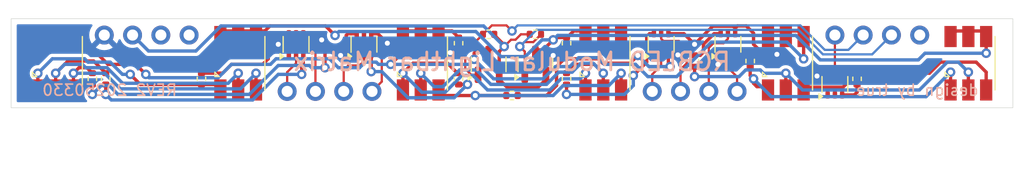
<source format=kicad_pcb>
(kicad_pcb (version 20240108) (generator "pcbnew") (generator_version "8.0")
  (layers (0 "F.Cu" signal) (31 "B.Cu" signal) (34 "B.Paste" user) (35 "F.Paste" user) (36 "B.SilkS" user "B.Silkscreen") (37 "F.SilkS" user "F.Silkscreen") (38 "B.Mask" user) (39 "F.Mask" user) (44 "Edge.Cuts" user))
  (net 0 "")
  (net 4 "/PWM5")
  (net 5 "/PWM7")
  (net 6 "/PWM1")
  (net 7 "3V3")
  (net 8 "/PWM3")
  (net 9 "/PWM2")
  (net 10 "/PWM6")
  (net 11 "GND")
  (net 12 "/PWM9")
  (net 13 "/PWM8")
  (net 14 "/PWM4")
  (net 15 "/SEL1")
  (net 16 "/SEL0")
  (net 17 "Net-(Q3A-D)")
  (net 18 "Net-(Q3B-D)")
  (net 19 "Net-(Q4A-D)")
  (net 20 "Net-(Q4B-D)")
  (net 21 "Net-(Q5B-D)")
  (net 22 "Net-(Q5A-D)")
  (net 23 "Net-(Q6A-D)")
  (net 24 "Net-(Q6B-D)")
  (net 27 "Net-(Q7B-D)")
  (net 29 "Net-(Q1-D)")
  (net 30 "Net-(Q2-D)")
  (net 31 "/PWM1R")
  (net 32 "/PWM2R")
  (net 33 "/PWM3R")
  (net 34 "/PWM4R")
  (net 35 "/PWM5R")
  (net 36 "/PWM6R")
  (net 37 "/PWM7R")
  (net 38 "/PWM8R")
  (net 39 "/PWM9R")
  (footprint "Package_TO_SOT_SMD:SOT-23" (layer "F.Cu") (at 147.1 96.1 90)
    (property "Reference" "Q2" (hide yes))
    (property "Value" "CJ3401")
    (pad "1" smd roundrect (at -0.9375 -0.95 90) (size 1.475 0.6) (layers "F.Cu" "F.Paste" "F.Mask") (net 15 "/SEL1"))
    (pad "2" smd roundrect (at -0.9375 0.95 90) (size 1.475 0.6) (layers "F.Cu" "F.Paste" "F.Mask") (net 7 "3V3"))
    (pad "3" smd roundrect (at 0.9375 0 90) (size 1.475 0.6) (layers "F.Cu" "F.Paste" "F.Mask") (net 30 "Net-(Q2-D)"))
  )
  (footprint "_trueControl:Stacking_Module_16P_REV2" (layer "F.Cu") (at 145 96)
    (property "Reference" "A1" (hide yes))
    (property "Value" "LED_Assy")
    (pad "1" thru_hole circle (at -36.63 -2.53 90) (size 1.7 1.7) (drill 1) (layers "*.Cu" "*.Mask") (net 11 "GND"))
    (pad "2" thru_hole oval (at -34.09 -2.53 90) (size 1.7 1.7) (drill 1) (layers "*.Cu" "*.Mask") (net 7 "3V3"))
    (pad "3" thru_hole oval (at -31.55 -2.53 90) (size 1.7 1.7) (drill 1) (layers "*.Cu" "*.Mask"))
    (pad "4" thru_hole oval (at -29.01 -2.53 90) (size 1.7 1.7) (drill 1) (layers "*.Cu" "*.Mask"))
    (pad "5" thru_hole circle (at -20.2 2.53 90) (size 1.7 1.7) (drill 1) (layers "*.Cu" "*.Mask") (net 6 "/PWM1"))
    (pad "6" thru_hole oval (at -17.66 2.53 90) (size 1.7 1.7) (drill 1) (layers "*.Cu" "*.Mask") (net 9 "/PWM2"))
    (pad "7" thru_hole oval (at -15.12 2.53 90) (size 1.7 1.7) (drill 1) (layers "*.Cu" "*.Mask") (net 8 "/PWM3"))
    (pad "8" thru_hole oval (at -12.58 2.53 90) (size 1.7 1.7) (drill 1) (layers "*.Cu" "*.Mask") (net 14 "/PWM4"))
    (pad "9" thru_hole circle (at 12.6 2.53 90) (size 1.7 1.7) (drill 1) (layers "*.Cu" "*.Mask") (net 4 "/PWM5"))
    (pad "10" thru_hole oval (at 15.14 2.53 90) (size 1.7 1.7) (drill 1) (layers "*.Cu" "*.Mask") (net 10 "/PWM6"))
    (pad "11" thru_hole oval (at 17.68 2.53 90) (size 1.7 1.7) (drill 1) (layers "*.Cu" "*.Mask") (net 5 "/PWM7"))
    (pad "12" thru_hole oval (at 20.22 2.53 90) (size 1.7 1.7) (drill 1) (layers "*.Cu" "*.Mask") (net 13 "/PWM8"))
    (pad "13" thru_hole circle (at 29.01 -2.53 90) (size 1.7 1.7) (drill 1) (layers "*.Cu" "*.Mask") (net 12 "/PWM9"))
    (pad "14" thru_hole oval (at 31.55 -2.53 90) (size 1.7 1.7) (drill 1) (layers "*.Cu" "*.Mask") (net 16 "/SEL0"))
    (pad "15" thru_hole oval (at 34.09 -2.53 90) (size 1.7 1.7) (drill 1) (layers "*.Cu" "*.Mask") (net 15 "/SEL1"))
    (pad "16" thru_hole oval (at 36.63 -2.53 90) (size 1.7 1.7) (drill 1) (layers "*.Cu" "*.Mask"))
  )
  (footprint "_trueControl:LED_RGB_5050" (layer "F.Cu") (at 153.2 96 -90)
    (property "Reference" "RGB4" (hide yes))
    (property "Value" "LED_RGB")
    (pad "1" smd rect (at -2.4 -1.6) (size 1.1 1.9) (layers "F.Cu" "F.Paste" "F.Mask") (net 30 "Net-(Q2-D)"))
    (pad "2" smd rect (at -2.4 0) (size 1.1 1.9) (layers "F.Cu" "F.Paste" "F.Mask") (net 30 "Net-(Q2-D)"))
    (pad "3" smd rect (at -2.4 1.6) (size 1.1 1.9) (layers "F.Cu" "F.Paste" "F.Mask") (net 30 "Net-(Q2-D)"))
    (pad "4" smd rect (at 2.4 1.6) (size 1.1 1.9) (layers "F.Cu" "F.Paste" "F.Mask") (net 34 "/PWM4R"))
    (pad "5" smd rect (at 2.4 0) (size 1.1 1.9) (layers "F.Cu" "F.Paste" "F.Mask") (net 35 "/PWM5R"))
    (pad "6" smd rect (at 2.4 -1.6) (size 1.1 1.9) (layers "F.Cu" "F.Paste" "F.Mask") (net 36 "/PWM6R"))
  )
  (footprint "Resistor_SMD:R_0402_1005Metric" (layer "F.Cu") (at 145 98.9 180)
    (property "Reference" "R10" (hide yes))
    (property "Value" "100")
    (pad "1" smd roundrect (at -0.51 0 180) (size 0.54 0.64) (layers "F.Cu" "F.Paste" "F.Mask") (net 21 "Net-(Q5B-D)"))
    (pad "2" smd roundrect (at 0.51 0 180) (size 0.54 0.64) (layers "F.Cu" "F.Paste" "F.Mask") (net 36 "/PWM6R"))
  )
  (footprint "Package_TO_SOT_SMD:SOT-363_SC-70-6" (layer "F.Cu") (at 174.01 97.9 90)
    (property "Reference" "Q7" (hide yes))
    (property "Value" "BSS138PS")
    (pad "1" smd roundrect (at -0.95 -0.65 90) (size 0.65 0.4) (layers "F.Cu" "F.Paste" "F.Mask"))
    (pad "2" smd roundrect (at -0.95 0 90) (size 0.65 0.4) (layers "F.Cu" "F.Paste" "F.Mask"))
    (pad "3" smd roundrect (at -0.95 0.65 90) (size 0.65 0.4) (layers "F.Cu" "F.Paste" "F.Mask") (net 27 "Net-(Q7B-D)"))
    (pad "4" smd roundrect (at 0.95 0.65 90) (size 0.65 0.4) (layers "F.Cu" "F.Paste" "F.Mask") (net 11 "GND"))
    (pad "5" smd roundrect (at 0.95 0 90) (size 0.65 0.4) (layers "F.Cu" "F.Paste" "F.Mask") (net 12 "/PWM9"))
    (pad "6" smd roundrect (at 0.95 -0.65 90) (size 0.65 0.4) (layers "F.Cu" "F.Paste" "F.Mask"))
  )
  (footprint "Package_TO_SOT_SMD:SOT-363_SC-70-6" (layer "F.Cu") (at 158.4 94.3 90)
    (property "Reference" "Q5" (hide yes))
    (property "Value" "BSS138PS")
    (pad "1" smd roundrect (at -0.95 -0.65 90) (size 0.65 0.4) (layers "F.Cu" "F.Paste" "F.Mask") (net 11 "GND"))
    (pad "2" smd roundrect (at -0.95 0 90) (size 0.65 0.4) (layers "F.Cu" "F.Paste" "F.Mask") (net 4 "/PWM5"))
    (pad "3" smd roundrect (at -0.95 0.65 90) (size 0.65 0.4) (layers "F.Cu" "F.Paste" "F.Mask") (net 21 "Net-(Q5B-D)"))
    (pad "4" smd roundrect (at 0.95 0.65 90) (size 0.65 0.4) (layers "F.Cu" "F.Paste" "F.Mask") (net 11 "GND"))
    (pad "5" smd roundrect (at 0.95 0 90) (size 0.65 0.4) (layers "F.Cu" "F.Paste" "F.Mask") (net 10 "/PWM6"))
    (pad "6" smd roundrect (at 0.95 -0.65 90) (size 0.65 0.4) (layers "F.Cu" "F.Paste" "F.Mask") (net 22 "Net-(Q5A-D)"))
  )
  (footprint "Package_TO_SOT_SMD:SOT-363_SC-70-6" (layer "F.Cu") (at 131.7 94.3 90)
    (property "Reference" "Q4" (hide yes))
    (property "Value" "BSS138PS")
    (pad "1" smd roundrect (at -0.95 -0.65 90) (size 0.65 0.4) (layers "F.Cu" "F.Paste" "F.Mask") (net 11 "GND"))
    (pad "2" smd roundrect (at -0.95 0 90) (size 0.65 0.4) (layers "F.Cu" "F.Paste" "F.Mask") (net 8 "/PWM3"))
    (pad "3" smd roundrect (at -0.95 0.65 90) (size 0.65 0.4) (layers "F.Cu" "F.Paste" "F.Mask") (net 20 "Net-(Q4B-D)"))
    (pad "4" smd roundrect (at 0.95 0.65 90) (size 0.65 0.4) (layers "F.Cu" "F.Paste" "F.Mask") (net 11 "GND"))
    (pad "5" smd roundrect (at 0.95 0 90) (size 0.65 0.4) (layers "F.Cu" "F.Paste" "F.Mask") (net 14 "/PWM4"))
    (pad "6" smd roundrect (at 0.95 -0.65 90) (size 0.65 0.4) (layers "F.Cu" "F.Paste" "F.Mask") (net 19 "Net-(Q4A-D)"))
  )
  (footprint "_trueControl:LED_RGB_5050" (layer "F.Cu") (at 120.4 96 -90)
    (property "Reference" "RGB2" (hide yes))
    (property "Value" "LED_RGB")
    (pad "1" smd rect (at -2.4 -1.6) (size 1.1 1.9) (layers "F.Cu" "F.Paste" "F.Mask") (net 30 "Net-(Q2-D)"))
    (pad "2" smd rect (at -2.4 0) (size 1.1 1.9) (layers "F.Cu" "F.Paste" "F.Mask") (net 30 "Net-(Q2-D)"))
    (pad "3" smd rect (at -2.4 1.6) (size 1.1 1.9) (layers "F.Cu" "F.Paste" "F.Mask") (net 30 "Net-(Q2-D)"))
    (pad "4" smd rect (at 2.4 1.6) (size 1.1 1.9) (layers "F.Cu" "F.Paste" "F.Mask") (net 31 "/PWM1R"))
    (pad "5" smd rect (at 2.4 0) (size 1.1 1.9) (layers "F.Cu" "F.Paste" "F.Mask") (net 32 "/PWM2R"))
    (pad "6" smd rect (at 2.4 -1.6) (size 1.1 1.9) (layers "F.Cu" "F.Paste" "F.Mask") (net 33 "/PWM3R"))
  )
  (footprint "Package_TO_SOT_SMD:SOT-363_SC-70-6" (layer "F.Cu") (at 164.4 94.3 90)
    (property "Reference" "Q6" (hide yes))
    (property "Value" "BSS138PS")
    (pad "1" smd roundrect (at -0.95 -0.65 90) (size 0.65 0.4) (layers "F.Cu" "F.Paste" "F.Mask") (net 11 "GND"))
    (pad "2" smd roundrect (at -0.95 0 90) (size 0.65 0.4) (layers "F.Cu" "F.Paste" "F.Mask") (net 13 "/PWM8"))
    (pad "3" smd roundrect (at -0.95 0.65 90) (size 0.65 0.4) (layers "F.Cu" "F.Paste" "F.Mask") (net 24 "Net-(Q6B-D)"))
    (pad "4" smd roundrect (at 0.95 0.65 90) (size 0.65 0.4) (layers "F.Cu" "F.Paste" "F.Mask") (net 11 "GND"))
    (pad "5" smd roundrect (at 0.95 0 90) (size 0.65 0.4) (layers "F.Cu" "F.Paste" "F.Mask") (net 5 "/PWM7"))
    (pad "6" smd roundrect (at 0.95 -0.65 90) (size 0.65 0.4) (layers "F.Cu" "F.Paste" "F.Mask") (net 23 "Net-(Q6A-D)"))
  )
  (footprint "Resistor_SMD:R_0402_1005Metric" (layer "F.Cu") (at 149.9 94.2 90)
    (property "Reference" "R4" (hide yes))
    (property "Value" "47K")
    (pad "1" smd roundrect (at -0.51 0 90) (size 0.54 0.64) (layers "F.Cu" "F.Paste" "F.Mask") (net 11 "GND"))
    (pad "2" smd roundrect (at 0.51 0 90) (size 0.54 0.64) (layers "F.Cu" "F.Paste" "F.Mask") (net 30 "Net-(Q2-D)"))
  )
  (footprint "Resistor_SMD:R_0402_1005Metric" (layer "F.Cu") (at 140.2 97.4 90)
    (property "Reference" "R8" (hide yes))
    (property "Value" "100")
    (pad "1" smd roundrect (at -0.51 0 90) (size 0.54 0.64) (layers "F.Cu" "F.Paste" "F.Mask") (net 20 "Net-(Q4B-D)"))
    (pad "2" smd roundrect (at 0.51 0 90) (size 0.54 0.64) (layers "F.Cu" "F.Paste" "F.Mask") (net 34 "/PWM4R"))
  )
  (footprint "Resistor_SMD:R_0402_1005Metric" (layer "F.Cu") (at 161.4 95.8 -90)
    (property "Reference" "R12" (hide yes))
    (property "Value" "150")
    (pad "1" smd roundrect (at -0.51 0 270) (size 0.54 0.64) (layers "F.Cu" "F.Paste" "F.Mask") (net 23 "Net-(Q6A-D)"))
    (pad "2" smd roundrect (at 0.51 0 270) (size 0.54 0.64) (layers "F.Cu" "F.Paste" "F.Mask") (net 38 "/PWM8R"))
  )
  (footprint "Resistor_SMD:R_0402_1005Metric" (layer "F.Cu") (at 140.2 94.2 -90)
    (property "Reference" "R3" (hide yes))
    (property "Value" "47K")
    (pad "1" smd roundrect (at -0.51 0 270) (size 0.54 0.64) (layers "F.Cu" "F.Paste" "F.Mask") (net 29 "Net-(Q1-D)"))
    (pad "2" smd roundrect (at 0.51 0 270) (size 0.54 0.64) (layers "F.Cu" "F.Paste" "F.Mask") (net 11 "GND"))
  )
  (footprint "Resistor_SMD:R_0402_1005Metric" (layer "F.Cu") (at 117.1 97.4 -90)
    (property "Reference" "R5" (hide yes))
    (property "Value" "100")
    (pad "1" smd roundrect (at -0.51 0 270) (size 0.54 0.64) (layers "F.Cu" "F.Paste" "F.Mask") (net 17 "Net-(Q3A-D)"))
    (pad "2" smd roundrect (at 0.51 0 270) (size 0.54 0.64) (layers "F.Cu" "F.Paste" "F.Mask") (net 31 "/PWM1R"))
  )
  (footprint "Resistor_SMD:R_0402_1005Metric" (layer "F.Cu") (at 176 97.4 90)
    (property "Reference" "R13" (hide yes))
    (property "Value" "100")
    (pad "1" smd roundrect (at -0.51 0 90) (size 0.54 0.64) (layers "F.Cu" "F.Paste" "F.Mask") (net 27 "Net-(Q7B-D)"))
    (pad "2" smd roundrect (at 0.51 0 90) (size 0.54 0.64) (layers "F.Cu" "F.Paste" "F.Mask") (net 39 "/PWM9R"))
  )
  (footprint "Resistor_SMD:R_0402_1005Metric" (layer "F.Cu") (at 149.9 97.4 90)
    (property "Reference" "R9" (hide yes))
    (property "Value" "150")
    (pad "1" smd roundrect (at -0.51 0 90) (size 0.54 0.64) (layers "F.Cu" "F.Paste" "F.Mask") (net 22 "Net-(Q5A-D)"))
    (pad "2" smd roundrect (at 0.51 0 90) (size 0.54 0.64) (layers "F.Cu" "F.Paste" "F.Mask") (net 35 "/PWM5R"))
  )
  (footprint "_trueControl:LED_RGB_5050" (layer "F.Cu") (at 136.8 96 -90)
    (property "Reference" "RGB3" (hide yes))
    (property "Value" "LED_RGB")
    (pad "1" smd rect (at -2.4 -1.6) (size 1.1 1.9) (layers "F.Cu" "F.Paste" "F.Mask") (net 29 "Net-(Q1-D)"))
    (pad "2" smd rect (at -2.4 0) (size 1.1 1.9) (layers "F.Cu" "F.Paste" "F.Mask") (net 29 "Net-(Q1-D)"))
    (pad "3" smd rect (at -2.4 1.6) (size 1.1 1.9) (layers "F.Cu" "F.Paste" "F.Mask") (net 29 "Net-(Q1-D)"))
    (pad "4" smd rect (at 2.4 1.6) (size 1.1 1.9) (layers "F.Cu" "F.Paste" "F.Mask") (net 34 "/PWM4R"))
    (pad "5" smd rect (at 2.4 0) (size 1.1 1.9) (layers "F.Cu" "F.Paste" "F.Mask") (net 35 "/PWM5R"))
    (pad "6" smd rect (at 2.4 -1.6) (size 1.1 1.9) (layers "F.Cu" "F.Paste" "F.Mask") (net 36 "/PWM6R"))
  )
  (footprint "Package_TO_SOT_SMD:SOT-363_SC-70-6" (layer "F.Cu") (at 125.6 94.3 90)
    (property "Reference" "Q3" (hide yes))
    (property "Value" "BSS138PS")
    (pad "1" smd roundrect (at -0.95 -0.65 90) (size 0.65 0.4) (layers "F.Cu" "F.Paste" "F.Mask") (net 11 "GND"))
    (pad "2" smd roundrect (at -0.95 0 90) (size 0.65 0.4) (layers "F.Cu" "F.Paste" "F.Mask") (net 6 "/PWM1"))
    (pad "3" smd roundrect (at -0.95 0.65 90) (size 0.65 0.4) (layers "F.Cu" "F.Paste" "F.Mask") (net 18 "Net-(Q3B-D)"))
    (pad "4" smd roundrect (at 0.95 0.65 90) (size 0.65 0.4) (layers "F.Cu" "F.Paste" "F.Mask") (net 11 "GND"))
    (pad "5" smd roundrect (at 0.95 0 90) (size 0.65 0.4) (layers "F.Cu" "F.Paste" "F.Mask") (net 9 "/PWM2"))
    (pad "6" smd roundrect (at 0.95 -0.65 90) (size 0.65 0.4) (layers "F.Cu" "F.Paste" "F.Mask") (net 17 "Net-(Q3A-D)"))
  )
  (footprint "_trueControl:LED_RGB_5050" (layer "F.Cu") (at 104 96 -90)
    (property "Reference" "RGB1" (hide yes))
    (property "Value" "LED_RGB")
    (pad "1" smd rect (at -2.4 -1.6) (size 1.1 1.9) (layers "F.Cu" "F.Paste" "F.Mask") (net 29 "Net-(Q1-D)"))
    (pad "2" smd rect (at -2.4 0) (size 1.1 1.9) (layers "F.Cu" "F.Paste" "F.Mask") (net 29 "Net-(Q1-D)"))
    (pad "3" smd rect (at -2.4 1.6) (size 1.1 1.9) (layers "F.Cu" "F.Paste" "F.Mask") (net 29 "Net-(Q1-D)"))
    (pad "4" smd rect (at 2.4 1.6) (size 1.1 1.9) (layers "F.Cu" "F.Paste" "F.Mask") (net 31 "/PWM1R"))
    (pad "5" smd rect (at 2.4 0) (size 1.1 1.9) (layers "F.Cu" "F.Paste" "F.Mask") (net 32 "/PWM2R"))
    (pad "6" smd rect (at 2.4 -1.6) (size 1.1 1.9) (layers "F.Cu" "F.Paste" "F.Mask") (net 33 "/PWM3R"))
  )
  (footprint "Package_TO_SOT_SMD:SOT-23" (layer "F.Cu") (at 142.9 96.1 90)
    (property "Reference" "Q1" (hide yes))
    (property "Value" "CJ3401")
    (pad "1" smd roundrect (at -0.9375 -0.95 90) (size 1.475 0.6) (layers "F.Cu" "F.Paste" "F.Mask") (net 16 "/SEL0"))
    (pad "2" smd roundrect (at -0.9375 0.95 90) (size 1.475 0.6) (layers "F.Cu" "F.Paste" "F.Mask") (net 7 "3V3"))
    (pad "3" smd roundrect (at 0.9375 0 90) (size 1.475 0.6) (layers "F.Cu" "F.Paste" "F.Mask") (net 29 "Net-(Q1-D)"))
  )
  (footprint "Resistor_SMD:R_0402_1005Metric" (layer "F.Cu") (at 108.5 97.4 90)
    (property "Reference" "R6" (hide yes))
    (property "Value" "150")
    (pad "1" smd roundrect (at -0.51 0 90) (size 0.54 0.64) (layers "F.Cu" "F.Paste" "F.Mask") (net 18 "Net-(Q3B-D)"))
    (pad "2" smd roundrect (at 0.51 0 90) (size 0.54 0.64) (layers "F.Cu" "F.Paste" "F.Mask") (net 32 "/PWM2R"))
  )
  (footprint "Resistor_SMD:R_0402_1005Metric" (layer "F.Cu") (at 142.9 93.4)
    (property "Reference" "R1" (hide yes))
    (property "Value" "47K")
    (pad "1" smd roundrect (at -0.51 0) (size 0.54 0.64) (layers "F.Cu" "F.Paste" "F.Mask") (net 16 "/SEL0"))
    (pad "2" smd roundrect (at 0.51 0) (size 0.54 0.64) (layers "F.Cu" "F.Paste" "F.Mask") (net 7 "3V3"))
  )
  (footprint "Resistor_SMD:R_0402_1005Metric" (layer "F.Cu") (at 147.1 93.4 180)
    (property "Reference" "R2" (hide yes))
    (property "Value" "47K")
    (pad "1" smd roundrect (at -0.51 0 180) (size 0.54 0.64) (layers "F.Cu" "F.Paste" "F.Mask") (net 15 "/SEL1"))
    (pad "2" smd roundrect (at 0.51 0 180) (size 0.54 0.64) (layers "F.Cu" "F.Paste" "F.Mask") (net 7 "3V3"))
  )
  (footprint "_trueControl:LED_RGB_5050" (layer "F.Cu") (at 169.6 96 -90)
    (property "Reference" "RGB5" (hide yes))
    (property "Value" "LED_RGB")
    (pad "1" smd rect (at -2.4 -1.6) (size 1.1 1.9) (layers "F.Cu" "F.Paste" "F.Mask") (net 29 "Net-(Q1-D)"))
    (pad "2" smd rect (at -2.4 0) (size 1.1 1.9) (layers "F.Cu" "F.Paste" "F.Mask") (net 29 "Net-(Q1-D)"))
    (pad "3" smd rect (at -2.4 1.6) (size 1.1 1.9) (layers "F.Cu" "F.Paste" "F.Mask") (net 29 "Net-(Q1-D)"))
    (pad "4" smd rect (at 2.4 1.6) (size 1.1 1.9) (layers "F.Cu" "F.Paste" "F.Mask") (net 37 "/PWM7R"))
    (pad "5" smd rect (at 2.4 0) (size 1.1 1.9) (layers "F.Cu" "F.Paste" "F.Mask") (net 38 "/PWM8R"))
    (pad "6" smd rect (at 2.4 -1.6) (size 1.1 1.9) (layers "F.Cu" "F.Paste" "F.Mask") (net 39 "/PWM9R"))
  )
  (footprint "Resistor_SMD:R_0402_1005Metric" (layer "F.Cu") (at 166.4 95.8 -90)
    (property "Reference" "R11" (hide yes))
    (property "Value" "100")
    (pad "1" smd roundrect (at -0.51 0 270) (size 0.54 0.64) (layers "F.Cu" "F.Paste" "F.Mask") (net 24 "Net-(Q6B-D)"))
    (pad "2" smd roundrect (at 0.51 0 270) (size 0.54 0.64) (layers "F.Cu" "F.Paste" "F.Mask") (net 37 "/PWM7R"))
  )
  (footprint "Resistor_SMD:R_0402_1005Metric" (layer "F.Cu") (at 107.3 97.4 90)
    (property "Reference" "R7" (hide yes))
    (property "Value" "100")
    (pad "1" smd roundrect (at -0.51 0 90) (size 0.54 0.64) (layers "F.Cu" "F.Paste" "F.Mask") (net 19 "Net-(Q4A-D)"))
    (pad "2" smd roundrect (at 0.51 0 90) (size 0.54 0.64) (layers "F.Cu" "F.Paste" "F.Mask") (net 33 "/PWM3R"))
  )
  (footprint "_trueControl:LED_RGB_5050" (layer "F.Cu") (at 186 96 -90)
    (property "Reference" "RGB6" (hide yes))
    (property "Value" "LED_RGB")
    (pad "1" smd rect (at -2.4 -1.6) (size 1.1 1.9) (layers "F.Cu" "F.Paste" "F.Mask") (net 30 "Net-(Q2-D)"))
    (pad "2" smd rect (at -2.4 0) (size 1.1 1.9) (layers "F.Cu" "F.Paste" "F.Mask") (net 30 "Net-(Q2-D)"))
    (pad "3" smd rect (at -2.4 1.6) (size 1.1 1.9) (layers "F.Cu" "F.Paste" "F.Mask") (net 30 "Net-(Q2-D)"))
    (pad "4" smd rect (at 2.4 1.6) (size 1.1 1.9) (layers "F.Cu" "F.Paste" "F.Mask") (net 37 "/PWM7R"))
    (pad "5" smd rect (at 2.4 0) (size 1.1 1.9) (layers "F.Cu" "F.Paste" "F.Mask") (net 38 "/PWM8R"))
    (pad "6" smd rect (at 2.4 -1.6) (size 1.1 1.9) (layers "F.Cu" "F.Paste" "F.Mask") (net 39 "/PWM9R"))
  )
  (gr_rect (start 100 92) (end 190 100) (stroke (width 0.05)) (fill none) (layer "Edge.Cuts"))
  (gr_text "RGBLED Modular Lightbar Matrix" (at 145 96.8 0) (layer "B.SilkS") (effects (font (size 1.6 1.6) (thickness 0.25)) (justify bottom mirror)))
  (gr_text "REV2 20250330" (at 115 99 0) (layer "B.SilkS") (effects (font (size 1 1)) (justify left bottom mirror)))
  (gr_text "design by true" (at 187 99 -0) (layer "B.SilkS") (effects (font (size 1 1)) (justify left bottom mirror)))
  (segment (start 157.6 98.53) (end 157.6 97) (width 0.2) (layer "F.Cu") (net 4))
  (segment (start 158.4 96.2) (end 158.4 95.25) (width 0.2) (layer "F.Cu") (net 4))
  (segment (start 157.6 97) (end 158.4 96.2) (width 0.2) (layer "F.Cu") (net 4))
  (segment (start 164.4 93.8) (end 164 94.2) (width 0.2) (layer "F.Cu") (net 5))
  (segment (start 162.68 94.62) (end 162.68 98.53) (width 0.2) (layer "F.Cu") (net 5))
  (segment (start 164 94.2) (end 163.1 94.2) (width 0.2) (layer "F.Cu") (net 5))
  (segment (start 164.4 93.35) (end 164.4 93.8) (width 0.2) (layer "F.Cu") (net 5))
  (segment (start 163.1 94.2) (end 162.68 94.62) (width 0.2) (layer "F.Cu") (net 5))
  (segment (start 125.6 96) (end 125.6 95.25) (width 0.2) (layer "F.Cu") (net 6))
  (segment (start 124.8 96.8) (end 125.6 96) (width 0.2) (layer "F.Cu") (net 6))
  (segment (start 124.8 98.53) (end 124.8 96.8) (width 0.2) (layer "F.Cu") (net 6))
  (segment (start 144.3 94.5) (end 144.912653 93.887347) (width 0.2) (layer "F.Cu") (net 7))
  (segment (start 145.8 93.4) (end 146.59 93.4) (width 0.2) (layer "F.Cu") (net 7))
  (segment (start 144.6 98.2) (end 147.3 98.2) (width 0.3) (layer "F.Cu") (net 7))
  (segment (start 143.85 97.0375) (end 143.85 97.45) (width 0.3) (layer "F.Cu") (net 7))
  (segment (start 144.3 94.29) (end 143.41 93.4) (width 0.2) (layer "F.Cu") (net 7))
  (segment (start 143.85 97.45) (end 144.6 98.2) (width 0.3) (layer "F.Cu") (net 7))
  (segment (start 145.312653 93.887347) (end 145.8 93.4) (width 0.2) (layer "F.Cu") (net 7))
  (segment (start 144.3 94.5) (end 144.3 94.29) (width 0.2) (layer "F.Cu") (net 7))
  (segment (start 144.912653 93.887347) (end 145.312653 93.887347) (width 0.2) (layer "F.Cu") (net 7))
  (segment (start 147.9 97.6) (end 147.9 97.5) (width 0.3) (layer "F.Cu") (net 7))
  (segment (start 143.85 94.95) (end 143.85 97.0375) (width 0.3) (layer "F.Cu") (net 7))
  (segment (start 143.7 96.8875) (end 143.75 96.9375) (width 0.3) (layer "F.Cu") (net 7))
  (segment (start 147.3 98.2) (end 147.9 97.6) (width 0.3) (layer "F.Cu") (net 7))
  (segment (start 144.3 94.5) (end 143.85 94.95) (width 0.3) (layer "F.Cu") (net 7))
  (via (at 144.3 94.5) (size 0.85) (drill 0.45) (layers "F.Cu" "B.Cu") (net 7))
  (segment (start 142.45 92.65) (end 118.85 92.65) (width 0.3) (layer "B.Cu") (net 7))
  (segment (start 118.85 92.65) (end 116.6 94.9) (width 0.3) (layer "B.Cu") (net 7))
  (segment (start 144.3 94.5) (end 142.45 92.65) (width 0.3) (layer "B.Cu") (net 7))
  (segment (start 112.34 94.9) (end 110.91 93.47) (width 0.3) (layer "B.Cu") (net 7))
  (segment (start 116.6 94.9) (end 112.34 94.9) (width 0.3) (layer "B.Cu") (net 7))
  (segment (start 130.3 96.2) (end 129.88 96.62) (width 0.2) (layer "F.Cu") (net 8))
  (segment (start 129.88 96.62) (end 129.88 98.53) (width 0.2) (layer "F.Cu") (net 8))
  (segment (start 131.3 96.2) (end 130.3 96.2) (width 0.2) (layer "F.Cu") (net 8))
  (segment (start 131.7 95.25) (end 131.7 95.8) (width 0.2) (layer "F.Cu") (net 8))
  (segment (start 131.7 95.8) (end 131.3 96.2) (width 0.2) (layer "F.Cu") (net 8))
  (segment (start 125.6 93.35) (end 125.6 93.8) (width 0.2) (layer "F.Cu") (net 9))
  (segment (start 127.1 94.3) (end 127.34 94.54) (width 0.2) (layer "F.Cu") (net 9))
  (segment (start 126.1 94.3) (end 127.1 94.3) (width 0.2) (layer "F.Cu") (net 9))
  (segment (start 127.34 94.54) (end 127.34 98.53) (width 0.2) (layer "F.Cu") (net 9))
  (segment (start 125.6 93.8) (end 126.1 94.3) (width 0.2) (layer "F.Cu") (net 9))
  (segment (start 158.4 93.35) (end 158.4 93.8) (width 0.2) (layer "F.Cu") (net 10))
  (segment (start 160.7 96) (end 160.14 96.56) (width 0.2) (layer "F.Cu") (net 10))
  (segment (start 160.14 96.56) (end 160.14 98.53) (width 0.2) (layer "F.Cu") (net 10))
  (segment (start 160.7 94.7) (end 160.7 96) (width 0.2) (layer "F.Cu") (net 10))
  (segment (start 158.6 94) (end 160 94) (width 0.2) (layer "F.Cu") (net 10))
  (segment (start 158.4 93.8) (end 158.6 94) (width 0.2) (layer "F.Cu") (net 10))
  (segment (start 160 94) (end 160.7 94.7) (width 0.2) (layer "F.Cu") (net 10))
  (segment (start 161.4 94.3) (end 163.025 92.675) (width 0.3) (layer "F.Cu") (net 11))
  (segment (start 163.75 95.25) (end 163.75 95.85) (width 0.3) (layer "F.Cu") (net 11))
  (segment (start 174.4 97.65) (end 172.9 97.65) (width 0.3) (layer "F.Cu") (net 11))
  (segment (start 166.7 93.3) (end 166.05 92.65) (width 0.3) (layer "F.Cu") (net 11))
  (segment (start 174.66 96.95) (end 174.66 97.39) (width 0.3) (layer "F.Cu") (net 11))
  (segment (start 163.75 95.85) (end 163.5 96.1) (width 0.3) (layer "F.Cu") (net 11))
  (segment (start 149.29 94.71) (end 149.9 94.71) (width 0.3) (layer "F.Cu") (net 11))
  (segment (start 174.66 97.39) (end 174.4 97.65) (width 0.3) (layer "F.Cu") (net 11))
  (segment (start 163.025 92.675) (end 164.875 92.675) (width 0.3) (layer "F.Cu") (net 11))
  (segment (start 165.25 92.65) (end 165.05 92.85) (width 0.3) (layer "F.Cu") (net 11))
  (segment (start 157.75 95.25) (end 157.75 94.75) (width 0.3) (layer "F.Cu") (net 11))
  (segment (start 127.35 93.35) (end 126.25 93.35) (width 0.3) (layer "F.Cu") (net 11))
  (segment (start 124.95 95.25) (end 124.95 94.65) (width 0.3) (layer "F.Cu") (net 11))
  (segment (start 149.89 94.7) (end 149.9 94.71) (width 0.3) (layer "F.Cu") (net 11))
  (segment (start 160.45 93.35) (end 161.4 94.3) (width 0.3) (layer "F.Cu") (net 11))
  (segment (start 166.7 94.3) (end 166.7 93.3) (width 0.3) (layer "F.Cu") (net 11))
  (segment (start 139.79 94.71) (end 139.45 95.05) (width 0.3) (layer "F.Cu") (net 11))
  (segment (start 172.9 97.65) (end 172.4 97.15) (width 0.3) (layer "F.Cu") (net 11))
  (segment (start 168.8 95.2) (end 167.6 95.2) (width 0.3) (layer "F.Cu") (net 11))
  (segment (start 129.65 95.25) (end 131.05 95.25) (width 0.3) (layer "F.Cu") (net 11))
  (segment (start 158 94.5) (end 159.7 94.5) (width 0.3) (layer "F.Cu") (net 11))
  (segment (start 159.05 93.35) (end 160.45 93.35) (width 0.3) (layer "F.Cu") (net 11))
  (segment (start 165.05 92.85) (end 165.05 93.35) (width 0.3) (layer "F.Cu") (net 11))
  (segment (start 159.7 94.5) (end 159.9 94.7) (width 0.3) (layer "F.Cu") (net 11))
  (segment (start 140.2 94.71) (end 139.79 94.71) (width 0.3) (layer "F.Cu") (net 11))
  (segment (start 166.05 92.65) (end 165.25 92.65) (width 0.3) (layer "F.Cu") (net 11))
  (segment (start 148.7 95.3) (end 149.29 94.71) (width 0.3) (layer "F.Cu") (net 11))
  (segment (start 164.875 92.675) (end 165.05 92.85) (width 0.3) (layer "F.Cu") (net 11))
  (segment (start 159.9 94.7) (end 159.9 95.25) (width 0.3) (layer "F.Cu") (net 11))
  (segment (start 132.95 93.35) (end 132.35 93.35) (width 0.3) (layer "F.Cu") (net 11))
  (segment (start 124.6 94.3) (end 124 94.3) (width 0.3) (layer "F.Cu") (net 11))
  (segment (start 127.9 93.9) (end 127.35 93.35) (width 0.3) (layer "F.Cu") (net 11))
  (segment (start 157.75 94.75) (end 158 94.5) (width 0.3) (layer "F.Cu") (net 11))
  (segment (start 129.6 95.3) (end 129.65 95.25) (width 0.3) (layer "F.Cu") (net 11))
  (segment (start 167.6 95.2) (end 166.7 94.3) (width 0.3) (layer "F.Cu") (net 11))
  (segment (start 124.95 94.65) (end 124.6 94.3) (width 0.3) (layer "F.Cu") (net 11))
  (segment (start 133.8 94.2) (end 132.95 93.35) (width 0.3) (layer "F.Cu") (net 11))
  (via (at 172.4 97.15) (size 0.85) (drill 0.45) (layers "F.Cu" "B.Cu") (net 11))
  (via (at 139.45 95.05) (size 0.85) (drill 0.45) (layers "F.Cu" "B.Cu") (net 11))
  (via (at 148.7 95.3) (size 0.85) (drill 0.45) (layers "F.Cu" "B.Cu") (net 11))
  (via (at 127.9 93.9) (size 0.85) (drill 0.45) (layers "F.Cu" "B.Cu") (net 11))
  (via (at 168.8 95.2) (size 0.85) (drill 0.45) (layers "F.Cu" "B.Cu") (net 11))
  (via (at 124 94.3) (size 0.85) (drill 0.45) (layers "F.Cu" "B.Cu") (net 11))
  (via (at 129.6 95.3) (size 0.85) (drill 0.45) (layers "F.Cu" "B.Cu") (net 11))
  (via (at 161.4 94.3) (size 0.85) (drill 0.45) (layers "F.Cu" "B.Cu") (net 11))
  (via (at 133.8 94.2) (size 0.85) (drill 0.45) (layers "F.Cu" "B.Cu") (net 11))
  (via (at 159.9 95.25) (size 0.85) (drill 0.45) (layers "F.Cu" "B.Cu") (net 11))
  (via (at 163.5 96.1) (size 0.85) (drill 0.45) (layers "F.Cu" "B.Cu") (net 11))
  (segment (start 174.01 93.47) (end 174.01 96.95) (width 0.2) (layer "F.Cu") (net 12))
  (segment (start 165.22 97.22) (end 164.4 96.4) (width 0.2) (layer "F.Cu") (net 13))
  (segment (start 165.22 98.53) (end 165.22 97.22) (width 0.2) (layer "F.Cu") (net 13))
  (segment (start 164.4 96.4) (end 164.4 95.25) (width 0.2) (layer "F.Cu") (net 13))
  (segment (start 132 94.3) (end 131.7 94) (width 0.2) (layer "F.Cu") (net 14))
  (segment (start 133.3 95) (end 132.6 94.3) (width 0.2) (layer "F.Cu") (net 14))
  (segment (start 131.7 94) (end 131.7 93.35) (width 0.2) (layer "F.Cu") (net 14))
  (segment (start 132.6 94.3) (end 132 94.3) (width 0.2) (layer "F.Cu") (net 14))
  (segment (start 132.42 98.53) (end 133.3 97.65) (width 0.2) (layer "F.Cu") (net 14))
  (segment (start 133.3 97.65) (end 133.3 95) (width 0.2) (layer "F.Cu") (net 14))
  (segment (start 179.1 93.48) (end 179.09 93.47) (width 0.2) (layer "F.Cu") (net 15))
  (segment (start 146.15 94.95) (end 146.15 96.9375) (width 0.2) (layer "F.Cu") (net 15))
  (segment (start 146.1 94.1) (end 146.91 94.1) (width 0.2) (layer "F.Cu") (net 15))
  (segment (start 145.7 94.5) (end 146.15 94.95) (width 0.2) (layer "F.Cu") (net 15))
  (segment (start 146.91 94.1) (end 147.61 93.4) (width 0.2) (layer "F.Cu") (net 15))
  (segment (start 145.7 94.5) (end 146.1 94.1) (width 0.2) (layer "F.Cu") (net 15))
  (via (at 145.7 94.5) (size 0.85) (drill 0.45) (layers "F.Cu" "B.Cu") (net 15))
  (segment (start 145.7 94.5) (end 147.2 93) (width 0.2) (layer "B.Cu") (net 15))
  (segment (start 147.2 93) (end 170.734314 93) (width 0.2) (layer "B.Cu") (net 15))
  (segment (start 172.934314 95.2) (end 177.36 95.2) (width 0.2) (layer "B.Cu") (net 15))
  (segment (start 170.734314 93) (end 172.934314 95.2) (width 0.2) (layer "B.Cu") (net 15))
  (segment (start 177.36 95.2) (end 179.09 93.47) (width 0.2) (layer "B.Cu") (net 15))
  (segment (start 141.3375 97.0375) (end 141.95 97.0375) (width 0.2) (layer "F.Cu") (net 16))
  (segment (start 142.39 93.4) (end 140.8 94.99) (width 0.2) (layer "F.Cu") (net 16))
  (segment (start 140.8 96.5) (end 141.3375 97.0375) (width 0.2) (layer "F.Cu") (net 16))
  (segment (start 143.19 92.6) (end 142.39 93.4) (width 0.2) (layer "F.Cu") (net 16))
  (segment (start 140.8 94.99) (end 140.8 96.5) (width 0.2) (layer "F.Cu") (net 16))
  (segment (start 144.5 92.6) (end 143.19 92.6) (width 0.2) (layer "F.Cu") (net 16))
  (segment (start 145 93.1) (end 144.5 92.6) (width 0.2) (layer "F.Cu") (net 16))
  (via (at 145 93.1) (size 0.85) (drill 0.45) (layers "F.Cu" "B.Cu") (net 16))
  (segment (start 145 93.1) (end 145.5 92.6) (width 0.2) (layer "B.Cu") (net 16))
  (segment (start 145.5 92.6) (end 170.9 92.6) (width 0.2) (layer "B.Cu") (net 16))
  (segment (start 173.1 94.8) (end 175.22 94.8) (width 0.2) (layer "B.Cu") (net 16))
  (segment (start 175.22 94.8) (end 176.55 93.47) (width 0.2) (layer "B.Cu") (net 16))
  (segment (start 170.9 92.6) (end 173.1 94.8) (width 0.2) (layer "B.Cu") (net 16))
  (segment (start 119.01 96.89) (end 117.1 96.89) (width 0.3) (layer "F.Cu") (net 17))
  (segment (start 119.8 96.1) (end 119.01 96.89) (width 0.3) (layer "F.Cu") (net 17))
  (segment (start 124.95 93.35) (end 123.55 93.35) (width 0.3) (layer "F.Cu") (net 17))
  (segment (start 123.55 93.35) (end 123.1 93.8) (width 0.3) (layer "F.Cu") (net 17))
  (segment (start 123.1 93.8) (end 123.1 95.6) (width 0.3) (layer "F.Cu") (net 17))
  (segment (start 123.1 95.6) (end 122.6 96.1) (width 0.3) (layer "F.Cu") (net 17))
  (segment (start 122.6 96.1) (end 119.8 96.1) (width 0.3) (layer "F.Cu") (net 17))
  (segment (start 108.5 98.8) (end 108.5 97.91) (width 0.3) (layer "F.Cu") (net 18))
  (segment (start 126.25 96.15) (end 126.25 95.25) (width 0.3) (layer "F.Cu") (net 18))
  (segment (start 126.1 97) (end 126.1 96.3) (width 0.3) (layer "F.Cu") (net 18))
  (segment (start 126.1 96.3) (end 126.25 96.15) (width 0.3) (layer "F.Cu") (net 18))
  (via (at 108.5 98.8) (size 0.85) (drill 0.45) (layers "F.Cu" "B.Cu") (net 18))
  (via (at 126.1 97) (size 0.85) (drill 0.45) (layers "F.Cu" "B.Cu") (net 18))
  (segment (start 109 99.3) (end 108.5 98.8) (width 0.3) (layer "B.Cu") (net 18))
  (segment (start 124 97) (end 121.7 99.3) (width 0.3) (layer "B.Cu") (net 18))
  (segment (start 121.7 99.3) (end 109 99.3) (width 0.3) (layer "B.Cu") (net 18))
  (segment (start 126.1 97) (end 124 97) (width 0.3) (layer "B.Cu") (net 18))
  (segment (start 130.1 93.9) (end 130.1 93.5) (width 0.3) (layer "F.Cu") (net 19))
  (segment (start 128.9 94.4) (end 129.6 94.4) (width 0.3) (layer "F.Cu") (net 19))
  (segment (start 130.1 93.5) (end 130.25 93.35) (width 0.3) (layer "F.Cu") (net 19))
  (segment (start 128.2 95.1) (end 128.9 94.4) (width 0.3) (layer "F.Cu") (net 19))
  (segment (start 130.25 93.35) (end 131.05 93.35) (width 0.3) (layer "F.Cu") (net 19))
  (segment (start 128.2 96.4) (end 128.2 95.1) (width 0.3) (layer "F.Cu") (net 19))
  (segment (start 129.6 94.4) (end 130.1 93.9) (width 0.3) (layer "F.Cu") (net 19))
  (segment (start 107.3 97.91) (end 107.3 98.8) (width 0.3) (layer "F.Cu") (net 19))
  (via (at 107.3 98.8) (size 0.85) (drill 0.45) (layers "F.Cu" "B.Cu") (net 19))
  (via (at 128.2 96.4) (size 0.85) (drill 0.45) (layers "F.Cu" "B.Cu") (net 19))
  (segment (start 128.2 96.4) (end 127 96.4) (width 0.3) (layer "B.Cu") (net 19))
  (segment (start 121.4 98.8) (end 109.6 98.8) (width 0.3) (layer "B.Cu") (net 19))
  (segment (start 127 96.4) (end 126.8 96.2) (width 0.3) (layer "B.Cu") (net 19))
  (segment (start 124 96.2) (end 121.4 98.8) (width 0.3) (layer "B.Cu") (net 19))
  (segment (start 126.8 96.2) (end 124 96.2) (width 0.3) (layer "B.Cu") (net 19))
  (segment (start 108.8 98) (end 108.1 98) (width 0.3) (layer "B.Cu") (net 19))
  (segment (start 108.1 98) (end 107.3 98.8) (width 0.3) (layer "B.Cu") (net 19))
  (segment (start 109.6 98.8) (end 108.8 98) (width 0.3) (layer "B.Cu") (net 19))
  (segment (start 141 97.9) (end 140.21 97.9) (width 0.3) (layer "F.Cu") (net 20))
  (segment (start 140.21 97.9) (end 140.2 97.91) (width 0.3) (layer "F.Cu") (net 20))
  (segment (start 132.35 96.75) (end 132.35 95.25) (width 0.3) (layer "F.Cu") (net 20))
  (via (at 132.35 96.75) (size 0.85) (drill 0.45) (layers "F.Cu" "B.Cu") (net 20))
  (via (at 141 97.9) (size 0.85) (drill 0.45) (layers "F.Cu" "B.Cu") (net 20))
  (segment (start 139.8 99.1) (end 141 97.9) (width 0.3) (layer "B.Cu") (net 20))
  (segment (start 135.65 99.1) (end 139.8 99.1) (width 0.3) (layer "B.Cu") (net 20))
  (segment (start 133.3 96.75) (end 135.65 99.1) (width 0.3) (layer "B.Cu") (net 20))
  (segment (start 132.35 96.75) (end 133.3 96.75) (width 0.3) (layer "B.Cu") (net 20))
  (segment (start 152.75 95.6) (end 149.7 95.6) (width 0.3) (layer "F.Cu") (net 21))
  (segment (start 156.3 95.3) (end 155.6 96) (width 0.3) (layer "F.Cu") (net 21))
  (segment (start 149 98) (end 148.1 98.9) (width 0.3) (layer "F.Cu") (net 21))
  (segment (start 148.1 98.9) (end 145.51 98.9) (width 0.3) (layer "F.Cu") (net 21))
  (segment (start 153.15 96) (end 152.75 95.6) (width 0.3) (layer "F.Cu") (net 21))
  (segment (start 159.2 96.3) (end 159.05 96.15) (width 0.3) (layer "F.Cu") (net 21))
  (segment (start 159.05 96.15) (end 159.05 95.25) (width 0.3) (layer "F.Cu") (net 21))
  (segment (start 155.6 96) (end 153.15 96) (width 0.3) (layer "F.Cu") (net 21))
  (segment (start 149 96.3) (end 149 98) (width 0.3) (layer "F.Cu") (net 21))
  (segment (start 149.7 95.6) (end 149 96.3) (width 0.3) (layer "F.Cu") (net 21))
  (via (at 159.2 96.3) (size 0.85) (drill 0.45) (layers "F.Cu" "B.Cu") (net 21))
  (via (at 156.3 95.3) (size 0.85) (drill 0.45) (layers "F.Cu" "B.Cu") (net 21))
  (segment (start 156.3 95.3) (end 157.3 96.3) (width 0.3) (layer "B.Cu") (net 21))
  (segment (start 157.3 96.3) (end 159.2 96.3) (width 0.3) (layer "B.Cu") (net 21))
  (segment (start 149.9 97.91) (end 149.9 98.8) (width 0.3) (layer "F.Cu") (net 22))
  (segment (start 157.1 93.6) (end 157.35 93.35) (width 0.3) (layer "F.Cu") (net 22))
  (segment (start 157.1 95.9) (end 157.1 93.6) (width 0.3) (layer "F.Cu") (net 22))
  (segment (start 157.35 93.35) (end 157.75 93.35) (width 0.3) (layer "F.Cu") (net 22))
  (segment (start 155.9 97.1) (end 157.1 95.9) (width 0.3) (layer "F.Cu") (net 22))
  (via (at 155.9 97.1) (size 0.85) (drill 0.45) (layers "F.Cu" "B.Cu") (net 22))
  (via (at 149.9 98.8) (size 0.85) (drill 0.45) (layers "F.Cu" "B.Cu") (net 22))
  (segment (start 149.9 98.8) (end 155.1 98.8) (width 0.3) (layer "B.Cu") (net 22))
  (segment (start 155.7 98.2) (end 155.9 98) (width 0.3) (layer "B.Cu") (net 22))
  (segment (start 155.1 98.8) (end 155.7 98.2) (width 0.3) (layer "B.Cu") (net 22))
  (segment (start 155.9 98) (end 155.9 97.1) (width 0.3) (layer "B.Cu") (net 22))
  (segment (start 163.75 93.35) (end 163.15 93.35) (width 0.3) (layer "F.Cu") (net 23))
  (segment (start 162.2 95) (end 161.91 95.29) (width 0.3) (layer "F.Cu") (net 23))
  (segment (start 161.91 95.29) (end 161.4 95.29) (width 0.3) (layer "F.Cu") (net 23))
  (segment (start 162.2 94.3) (end 162.2 95) (width 0.3) (layer "F.Cu") (net 23))
  (segment (start 163.15 93.35) (end 162.2 94.3) (width 0.3) (layer "F.Cu") (net 23))
  (segment (start 165.05 95.25) (end 166.36 95.25) (width 0.3) (layer "F.Cu") (net 24))
  (segment (start 166.36 95.25) (end 166.4 95.29) (width 0.3) (layer "F.Cu") (net 24))
  (segment (start 174.66 98.85) (end 174.72 98.91) (width 0.3) (layer "F.Cu") (net 27))
  (segment (start 174.66 98.85) (end 175.75 98.85) (width 0.3) (layer "F.Cu") (net 27))
  (segment (start 176 98.6) (end 176 97.91) (width 0.3) (layer "F.Cu") (net 27))
  (segment (start 175.75 98.85) (end 176 98.6) (width 0.3) (layer "F.Cu") (net 27))
  (segment (start 111.2 96.1) (end 108.7 96.1) (width 0.3) (layer "F.Cu") (net 29))
  (segment (start 139.61 93.1) (end 140.2 93.69) (width 0.3) (layer "F.Cu") (net 29))
  (segment (start 134.1 96.1) (end 135.2 95) (width 0.3) (layer "F.Cu") (net 29))
  (segment (start 105.6 93.6) (end 105.6 93.1) (width 0.3) (layer "F.Cu") (net 29))
  (segment (start 141.6 95.1) (end 141.6 95.65) (width 0.3) (layer "F.Cu") (net 29))
  (segment (start 138.6 93.1) (end 139.61 93.1) (width 0.3) (layer "F.Cu") (net 29))
  (segment (start 105.6 93.1) (end 102.5 93.1) (width 0.3) (layer "F.Cu") (net 29))
  (segment (start 142.8 94.8) (end 141.9 94.8) (width 0.3) (layer "F.Cu") (net 29))
  (segment (start 137.9 93.1) (end 135.3 93.1) (width 0.3) (layer "F.Cu") (net 29))
  (segment (start 170.7 93.1) (end 167.8 93.1) (width 0.3) (layer "F.Cu") (net 29))
  (segment (start 112.1 97) (end 111.2 96.1) (width 0.3) (layer "F.Cu") (net 29))
  (segment (start 135.2 95) (end 135.2 93.6) (width 0.3) (layer "F.Cu") (net 29))
  (segment (start 171.2 95.6) (end 171.2 93.6) (width 0.3) (layer "F.Cu") (net 29))
  (segment (start 108.7 96.1) (end 106.8 94.2) (width 0.3) (layer "F.Cu") (net 29))
  (segment (start 106.8 94.2) (end 105.7 94.2) (width 0.3) (layer "F.Cu") (net 29))
  (segment (start 141.9 94.8) (end 141.6 95.1) (width 0.3) (layer "F.Cu") (net 29))
  (via (at 171.2 95.6) (size 0.85) (drill 0.45) (layers "F.Cu" "B.Cu") (net 29))
  (via (at 141.6 95.65) (size 0.85) (drill 0.45) (layers "F.Cu" "B.Cu") (net 29))
  (via (at 112.1 97) (size 0.85) (drill 0.45) (layers "F.Cu" "B.Cu") (net 29))
  (via (at 134.1 96.1) (size 0.85) (drill 0.45) (layers "F.Cu" "B.Cu") (net 29))
  (segment (start 150.192894 96.3) (end 148.9 96.3) (width 0.3) (layer "B.Cu") (net 29))
  (segment (start 123.8 95.6) (end 128.6 95.6) (width 0.3) (layer "B.Cu") (net 29))
  (segment (start 133 96.1) (end 134.1 96.1) (width 0.3) (layer "B.Cu") (net 29))
  (segment (start 156.1 96.1) (end 153.3 96.1) (width 0.3) (layer "B.Cu") (net 29))
  (segment (start 153.3 96.1) (end 152.7 95.5) (width 0.3) (layer "B.Cu") (net 29))
  (segment (start 159.8 97.2) (end 157.2 97.2) (width 0.3) (layer "B.Cu") (net 29))
  (segment (start 147.8 97.4) (end 143.35 97.4) (width 0.3) (layer "B.Cu") (net 29))
  (segment (start 152.7 95.5) (end 150.992894 95.5) (width 0.3) (layer "B.Cu") (net 29))
  (segment (start 131.3 96.4) (end 131.8 95.9) (width 0.3) (layer "B.Cu") (net 29))
  (segment (start 123.3 96.1) (end 123.8 95.6) (width 0.3) (layer "B.Cu") (net 29))
  (segment (start 162.9 94.1) (end 159.8 97.2) (width 0.3) (layer "B.Cu") (net 29))
  (segment (start 143.35 97.4) (end 141.6 95.65) (width 0.3) (layer "B.Cu") (net 29))
  (segment (start 129.4 96.4) (end 131.3 96.4) (width 0.3) (layer "B.Cu") (net 29))
  (segment (start 112.4 97.3) (end 118.6 97.3) (width 0.3) (layer "B.Cu") (net 29))
  (segment (start 118.6 97.3) (end 119.8 96.1) (width 0.3) (layer "B.Cu") (net 29))
  (segment (start 128.6 95.6) (end 129.4 96.4) (width 0.3) (layer "B.Cu") (net 29))
  (segment (start 141.6 95.65) (end 141.15 96.1) (width 0.3) (layer "B.Cu") (net 29))
  (segment (start 119.8 96.1) (end 123.3 96.1) (width 0.3) (layer "B.Cu") (net 29))
  (segment (start 171.2 95.6) (end 169.7 94.1) (width 0.3) (layer "B.Cu") (net 29))
  (segment (start 131.8 95.9) (end 132.8 95.9) (width 0.3) (layer "B.Cu") (net 29))
  (segment (start 148.9 96.3) (end 147.8 97.4) (width 0.3) (layer "B.Cu") (net 29))
  (segment (start 157.2 97.2) (end 156.1 96.1) (width 0.3) (layer "B.Cu") (net 29))
  (segment (start 112.1 97) (end 112.4 97.3) (width 0.3) (layer "B.Cu") (net 29))
  (segment (start 150.992894 95.5) (end 150.192894 96.3) (width 0.3) (layer "B.Cu") (net 29))
  (segment (start 141.15 96.1) (end 134.1 96.1) (width 0.3) (layer "B.Cu") (net 29))
  (segment (start 169.7 94.1) (end 162.9 94.1) (width 0.3) (layer "B.Cu") (net 29))
  (segment (start 132.8 95.9) (end 133 96.1) (width 0.3) (layer "B.Cu") (net 29))
  (segment (start 187.6 93.6) (end 187.6 95.1) (width 0.3) (layer "F.Cu") (net 30))
  (segment (start 148.91 93.69) (end 148.7 93.9) (width 0.3) (layer "F.Cu") (net 30))
  (segment (start 121.5 93.1) (end 118.8 93.1) (width 0.3) (layer "F.Cu") (net 30))
  (segment (start 149.9 93.69) (end 148.91 93.69) (width 0.3) (layer "F.Cu") (net 30))
  (segment (start 129.1 93.5) (end 128.25 92.65) (width 0.3) (layer "F.Cu") (net 30))
  (segment (start 128.25 92.65) (end 123.25 92.65) (width 0.3) (layer "F.Cu") (net 30))
  (segment (start 150.8 93.1) (end 155 93.1) (width 0.3) (layer "F.Cu") (net 30))
  (segment (start 149.9 93.74) (end 150.54 93.1) (width 0.3) (layer "F.Cu") (net 30))
  (segment (start 184.9 93.1) (end 187.5 93.1) (width 0.3) (layer "F.Cu") (net 30))
  (segment (start 123.25 92.65) (end 122.8 93.1) (width 0.3) (layer "F.Cu") (net 30))
  (segment (start 147.8 94.8) (end 147.1 94.8) (width 0.3) (layer "F.Cu") (net 30))
  (segment (start 150.54 93.1) (end 150.8 93.1) (width 0.3) (layer "F.Cu") (net 30))
  (segment (start 148.7 93.9) (end 147.8 94.8) (width 0.3) (layer "F.Cu") (net 30))
  (segment (start 184.4 93.6) (end 184.9 93.1) (width 0.3) (layer "F.Cu") (net 30))
  (segment (start 122.8 93.1) (end 121.8 93.1) (width 0.3) (layer "F.Cu") (net 30))
  (via (at 129.1 93.5) (size 0.85) (drill 0.45) (layers "F.Cu" "B.Cu") (net 30))
  (via (at 187.6 95.1) (size 0.85) (drill 0.45) (layers "F.Cu" "B.Cu") (net 30))
  (via (at 148.7 93.9) (size 0.85) (drill 0.45) (layers "F.Cu" "B.Cu") (net 30))
  (segment (start 172.7 95.7) (end 170.5 93.5) (width 0.3) (layer "B.Cu") (net 30))
  (segment (start 187.6 95.1) (end 182.1 95.1) (width 0.3) (layer "B.Cu") (net 30))
  (segment (start 182.1 95.1) (end 181.5 95.7) (width 0.3) (layer "B.Cu") (net 30))
  (segment (start 129.45 93.15) (end 141.75 93.15) (width 0.3) (layer "B.Cu") (net 30))
  (segment (start 147.7 93.9) (end 148.7 93.9) (width 0.3) (layer "B.Cu") (net 30))
  (segment (start 149.1 93.5) (end 148.7 93.9) (width 0.3) (layer "B.Cu") (net 30))
  (segment (start 144 95.4) (end 146.2 95.4) (width 0.3) (layer "B.Cu") (net 30))
  (segment (start 141.75 93.15) (end 144 95.4) (width 0.3) (layer "B.Cu") (net 30))
  (segment (start 146.2 95.4) (end 147.7 93.9) (width 0.3) (layer "B.Cu") (net 30))
  (segment (start 170.5 93.5) (end 149.1 93.5) (width 0.3) (layer "B.Cu") (net 30))
  (segment (start 181.5 95.7) (end 172.7 95.7) (width 0.3) (layer "B.Cu") (net 30))
  (segment (start 129.1 93.5) (end 129.45 93.15) (width 0.3) (layer "B.Cu") (net 30))
  (segment (start 110.7 97) (end 111.61 97.91) (width 0.3) (layer "F.Cu") (net 31))
  (segment (start 118.31 97.91) (end 118.8 98.4) (width 0.3) (layer "F.Cu") (net 31))
  (segment (start 102.4 98.4) (end 102.4 96.9) (width 0.3) (layer "F.Cu") (net 31))
  (segment (start 117.1 97.91) (end 118.31 97.91) (width 0.3) (layer "F.Cu") (net 31))
  (segment (start 111.61 97.91) (end 117.1 97.91) (width 0.3) (layer "F.Cu") (net 31))
  (via (at 102.4 96.9) (size 0.85) (drill 0.45) (layers "F.Cu" "B.Cu") (net 31))
  (via (at 110.7 97) (size 0.85) (drill 0.45) (layers "F.Cu" "B.Cu") (net 31))
  (segment (start 110.7 97) (end 110 97) (width 0.3) (layer "B.Cu") (net 31))
  (segment (start 108.9 95.9) (end 106.907106 95.9) (width 0.3) (layer "B.Cu") (net 31))
  (segment (start 106.607106 95.6) (end 103.7 95.6) (width 0.3) (layer "B.Cu") (net 31))
  (segment (start 103.7 95.6) (end 102.4 96.9) (width 0.3) (layer "B.Cu") (net 31))
  (segment (start 106.907106 95.9) (end 106.607106 95.6) (width 0.3) (layer "B.Cu") (net 31))
  (segment (start 110 97) (end 108.9 95.9) (width 0.3) (layer "B.Cu") (net 31))
  (segment (start 120.4 98.4) (end 120.4 96.9) (width 0.3) (layer "F.Cu") (net 32))
  (segment (start 105.1 95.8) (end 107.41 95.8) (width 0.3) (layer "F.Cu") (net 32))
  (segment (start 107.41 95.8) (end 108.5 96.89) (width 0.3) (layer "F.Cu") (net 32))
  (segment (start 104 98.4) (end 104 96.9) (width 0.3) (layer "F.Cu") (net 32))
  (segment (start 104 96.9) (end 105.1 95.8) (width 0.3) (layer "F.Cu") (net 32))
  (via (at 120.4 96.9) (size 0.85) (drill 0.45) (layers "F.Cu" "B.Cu") (net 32))
  (via (at 104 96.9) (size 0.85) (drill 0.45) (layers "F.Cu" "B.Cu") (net 32))
  (segment (start 119.5 97.8) (end 120.4 96.9) (width 0.3) (layer "B.Cu") (net 32))
  (segment (start 104 96.9) (end 104.8 96.1) (width 0.3) (layer "B.Cu") (net 32))
  (segment (start 104.8 96.1) (end 106.4 96.1) (width 0.3) (layer "B.Cu") (net 32))
  (segment (start 108.614212 96.4) (end 110.014212 97.8) (width 0.3) (layer "B.Cu") (net 32))
  (segment (start 106.7 96.4) (end 108.614212 96.4) (width 0.3) (layer "B.Cu") (net 32))
  (segment (start 106.4 96.1) (end 106.7 96.4) (width 0.3) (layer "B.Cu") (net 32))
  (segment (start 110.014212 97.8) (end 119.5 97.8) (width 0.3) (layer "B.Cu") (net 32))
  (segment (start 106.8 96.4) (end 107.29 96.89) (width 0.3) (layer "F.Cu") (net 33))
  (segment (start 122 98.4) (end 122 96.9) (width 0.3) (layer "F.Cu") (net 33))
  (segment (start 105.6 98.4) (end 105.6 96.9) (width 0.3) (layer "F.Cu") (net 33))
  (segment (start 105.6 96.9) (end 106.1 96.4) (width 0.3) (layer "F.Cu") (net 33))
  (segment (start 107.29 96.89) (end 107.3 96.89) (width 0.3) (layer "F.Cu") (net 33))
  (segment (start 106.1 96.4) (end 106.8 96.4) (width 0.3) (layer "F.Cu") (net 33))
  (segment (start 107.3 96.89) (end 107.3 96.9) (width 0.3) (layer "F.Cu") (net 33))
  (via (at 122 96.9) (size 0.85) (drill 0.45) (layers "F.Cu" "B.Cu") (net 33))
  (via (at 105.6 96.9) (size 0.85) (drill 0.45) (layers "F.Cu" "B.Cu") (net 33))
  (segment (start 108.407106 96.9) (end 109.807106 98.3) (width 0.3) (layer "B.Cu") (net 33))
  (segment (start 105.6 96.9) (end 108.407106 96.9) (width 0.3) (layer "B.Cu") (net 33))
  (segment (start 120.6 98.3) (end 122 96.9) (width 0.3) (layer "B.Cu") (net 33))
  (segment (start 109.807106 98.3) (end 120.6 98.3) (width 0.3) (layer "B.Cu") (net 33))
  (segment (start 135.2 96.9) (end 135.2 98.4) (width 0.3) (layer "F.Cu") (net 34))
  (segment (start 135.2 96.9) (end 136.1 96) (width 0.3) (layer "F.Cu") (net 34))
  (segment (start 151.6 98.4) (end 151.6 96.9) (width 0.3) (layer "F.Cu") (net 34))
  (segment (start 140.09 96.89) (end 140.2 96.89) (width 0.3) (layer "F.Cu") (net 34))
  (segment (start 136.1 96) (end 136.6 96) (width 0.3) (layer "F.Cu") (net 34))
  (segment (start 139.2 96) (end 140.09 96.89) (width 0.3) (layer "F.Cu") (net 34))
  (segment (start 136.6 96) (end 139.2 96) (width 0.3) (layer "F.Cu") (net 34))
  (via (at 135.2 96.9) (size 0.85) (drill 0.45) (layers "F.Cu" "B.Cu") (net 34))
  (via (at 151.6 96.9) (size 0.85) (drill 0.45) (layers "F.Cu" "B.Cu") (net 34))
  (segment (start 136.9 98.6) (end 135.2 96.9) (width 0.3) (layer "B.Cu") (net 34))
  (segment (start 148.4 98.4) (end 142.8 98.4) (width 0.3) (layer "B.Cu") (net 34))
  (segment (start 151.1 97.4) (end 149.4 97.4) (width 0.3) (layer "B.Cu") (net 34))
  (segment (start 149.4 97.4) (end 148.4 98.4) (width 0.3) (layer "B.Cu") (net 34))
  (segment (start 139 98.6) (end 136.9 98.6) (width 0.3) (layer "B.Cu") (net 34))
  (segment (start 140.5 97.1) (end 139 98.6) (width 0.3) (layer "B.Cu") (net 34))
  (segment (start 141.5 97.1) (end 140.5 97.1) (width 0.3) (layer "B.Cu") (net 34))
  (segment (start 151.6 96.9) (end 151.1 97.4) (width 0.3) (layer "B.Cu") (net 34))
  (segment (start 142.8 98.4) (end 141.5 97.1) (width 0.3) (layer "B.Cu") (net 34))
  (segment (start 153.2 96.9) (end 152.4 96.1) (width 0.3) (layer "F.Cu") (net 35))
  (segment (start 153.2 98.4) (end 153.2 96.9) (width 0.3) (layer "F.Cu") (net 35))
  (segment (start 152.4 96.1) (end 150.69 96.1) (width 0.3) (layer "F.Cu") (net 35))
  (segment (start 150.69 96.1) (end 149.9 96.89) (width 0.3) (layer "F.Cu") (net 35))
  (segment (start 136.8 98.4) (end 136.8 96.9) (width 0.3) (layer "F.Cu") (net 35))
  (via (at 136.8 96.9) (size 0.85) (drill 0.45) (layers "F.Cu" "B.Cu") (net 35))
  (via (at 153.2 96.9) (size 0.85) (drill 0.45) (layers "F.Cu" "B.Cu") (net 35))
  (segment (start 149.2 96.8) (end 148.1 97.9) (width 0.3) (layer "B.Cu") (net 35))
  (segment (start 141.8 96.6) (end 140.292894 96.6) (width 0.3) (layer "B.Cu") (net 35))
  (segment (start 153.2 96.9) (end 152.3 96) (width 0.3) (layer "B.Cu") (net 35))
  (segment (start 148.1 97.9) (end 143.1 97.9) (width 0.3) (layer "B.Cu") (net 35))
  (segment (start 151.2 96) (end 150.4 96.8) (width 0.3) (layer "B.Cu") (net 35))
  (segment (start 143.1 97.9) (end 141.8 96.6) (width 0.3) (layer "B.Cu") (net 35))
  (segment (start 138.792894 98.1) (end 138 98.1) (width 0.3) (layer "B.Cu") (net 35))
  (segment (start 140.292894 96.6) (end 138.792894 98.1) (width 0.3) (layer "B.Cu") (net 35))
  (segment (start 152.3 96) (end 151.2 96) (width 0.3) (layer "B.Cu") (net 35))
  (segment (start 138 98.1) (end 136.8 96.9) (width 0.3) (layer "B.Cu") (net 35))
  (segment (start 150.4 96.8) (end 149.2 96.8) (width 0.3) (layer "B.Cu") (net 35))
  (segment (start 154.8 98.4) (end 154.8 96.9) (width 0.3) (layer "F.Cu") (net 36))
  (segment (start 138.9 98.9) (end 138.4 98.4) (width 0.3) (layer "F.Cu") (net 36))
  (segment (start 141.7 98.9) (end 138.9 98.9) (width 0.3) (layer "F.Cu") (net 36))
  (segment (start 141.7 98.9) (end 144.49 98.9) (width 0.3) (layer "F.Cu") (net 36))
  (via (at 154.8 96.9) (size 0.85) (drill 0.45) (layers "F.Cu" "B.Cu") (net 36))
  (via (at 141.7 98.9) (size 0.85) (drill 0.45) (layers "F.Cu" "B.Cu") (net 36))
  (segment (start 148.7 98.9) (end 149.6 98) (width 0.3) (layer "B.Cu") (net 36))
  (segment (start 149.6 98) (end 153.7 98) (width 0.3) (layer "B.Cu") (net 36))
  (segment (start 141.7 98.9) (end 148.7 98.9) (width 0.3) (layer "B.Cu") (net 36))
  (segment (start 153.7 98) (end 154.8 96.9) (width 0.3) (layer "B.Cu") (net 36))
  (segment (start 166.7 97.4) (end 166.7 97.8) (width 0.3) (layer "F.Cu") (net 37))
  (segment (start 168 98.4) (end 167.7 98.4) (width 0.3) (layer "F.Cu") (net 37))
  (segment (start 166.4 96.31) (end 166.4 97.1) (width 0.3) (layer "F.Cu") (net 37))
  (segment (start 167 98.1) (end 168 98.1) (width 0.3) (layer "F.Cu") (net 37))
  (segment (start 166.7 97.8) (end 167 98.1) (width 0.3) (layer "F.Cu") (net 37))
  (segment (start 166.4 97.1) (end 166.7 97.4) (width 0.3) (layer "F.Cu") (net 37))
  (segment (start 184.4 98.4) (end 184.4 96.8) (width 0.3) (layer "F.Cu") (net 37))
  (via (at 166.7 97.4) (size 0.85) (drill 0.45) (layers "F.Cu" "B.Cu") (net 37))
  (via (at 184.4 96.8) (size 0.85) (drill 0.45) (layers "F.Cu" "B.Cu") (net 37))
  (segment (start 184.4 96.8) (end 182.2 99) (width 0.3) (layer "B.Cu") (net 37))
  (segment (start 182.2 99) (end 168.3 99) (width 0.3) (layer "B.Cu") (net 37))
  (segment (start 168.3 99) (end 166.7 97.4) (width 0.3) (layer "B.Cu") (net 37))
  (segment (start 161.4 96.31) (end 161.4 97.2) (width 0.3) (layer "F.Cu") (net 38))
  (segment (start 169.6 98.4) (end 169.6 96.9) (width 0.3) (layer "F.Cu") (net 38))
  (segment (start 186 98.4) (end 186 96.8) (width 0.3) (layer "F.Cu") (net 38))
  (via (at 169.6 96.9) (size 0.85) (drill 0.45) (layers "F.Cu" "B.Cu") (net 38))
  (via (at 186 96.8) (size 0.85) (drill 0.45) (layers "F.Cu" "B.Cu") (net 38))
  (via (at 161.4 97.2) (size 0.85) (drill 0.45) (layers "F.Cu" "B.Cu") (net 38))
  (segment (start 184.1 95.9) (end 185.1 95.9) (width 0.3) (layer "B.Cu") (net 38))
  (segment (start 167.6 96.9) (end 167.3 96.6) (width 0.3) (layer "B.Cu") (net 38))
  (segment (start 171.1 98.4) (end 181.6 98.4) (width 0.3) (layer "B.Cu") (net 38))
  (segment (start 169.6 96.9) (end 167.6 96.9) (width 0.3) (layer "B.Cu") (net 38))
  (segment (start 169.6 96.9) (end 171.1 98.4) (width 0.3) (layer "B.Cu") (net 38))
  (segment (start 165.4 97.2) (end 161.4 97.2) (width 0.3) (layer "B.Cu") (net 38))
  (segment (start 181.6 98.4) (end 184.1 95.9) (width 0.3) (layer "B.Cu") (net 38))
  (segment (start 167.3 96.6) (end 166 96.6) (width 0.3) (layer "B.Cu") (net 38))
  (segment (start 185.1 95.9) (end 186 96.8) (width 0.3) (layer "B.Cu") (net 38))
  (segment (start 166 96.6) (end 165.4 97.2) (width 0.3) (layer "B.Cu") (net 38))
  (segment (start 176 96.89) (end 174.74 98.15) (width 0.3) (layer "F.Cu") (net 39))
  (segment (start 176 96.89) (end 182.51 96.89) (width 0.3) (layer "F.Cu") (net 39))
  (segment (start 171.41 97.89) (end 171.3 98) (width 0.3) (layer "F.Cu") (net 39))
  (segment (start 171.3 98.3) (end 171.2 98.4) (width 0.3) (layer "F.Cu") (net 39))
  (segment (start 174.74 98.15) (end 171.45 98.15) (width 0.3) (layer "F.Cu") (net 39))
  (segment (start 186.7 95.9) (end 187.6 96.8) (width 0.3) (layer "F.Cu") (net 39))
  (segment (start 187.6 98.4) (end 187.6 96.8) (width 0.3) (layer "F.Cu") (net 39))
  (segment (start 182.51 96.89) (end 183.5 95.9) (width 0.3) (layer "F.Cu") (net 39))
  (segment (start 171.45 98.15) (end 171.2 97.9) (width 0.3) (layer "F.Cu") (net 39))
  (segment (start 183.5 95.9) (end 186.7 95.9) (width 0.3) (layer "F.Cu") (net 39))
  (segment (start 171.3 98) (end 171.3 98.3) (width 0.3) (layer "F.Cu") (net 39))
  (zone (net 11) (net_name "GND") (layer "B.Cu") (connect_pads (clearance 0.3)) (min_thickness 0.2) (fill yes (thermal_gap 0.5) (thermal_bridge_width 0.5))
    (polygon (pts (xy 99 91) (xy 191 91) (xy 191 101) (xy 99 101)))
  )
)
</source>
